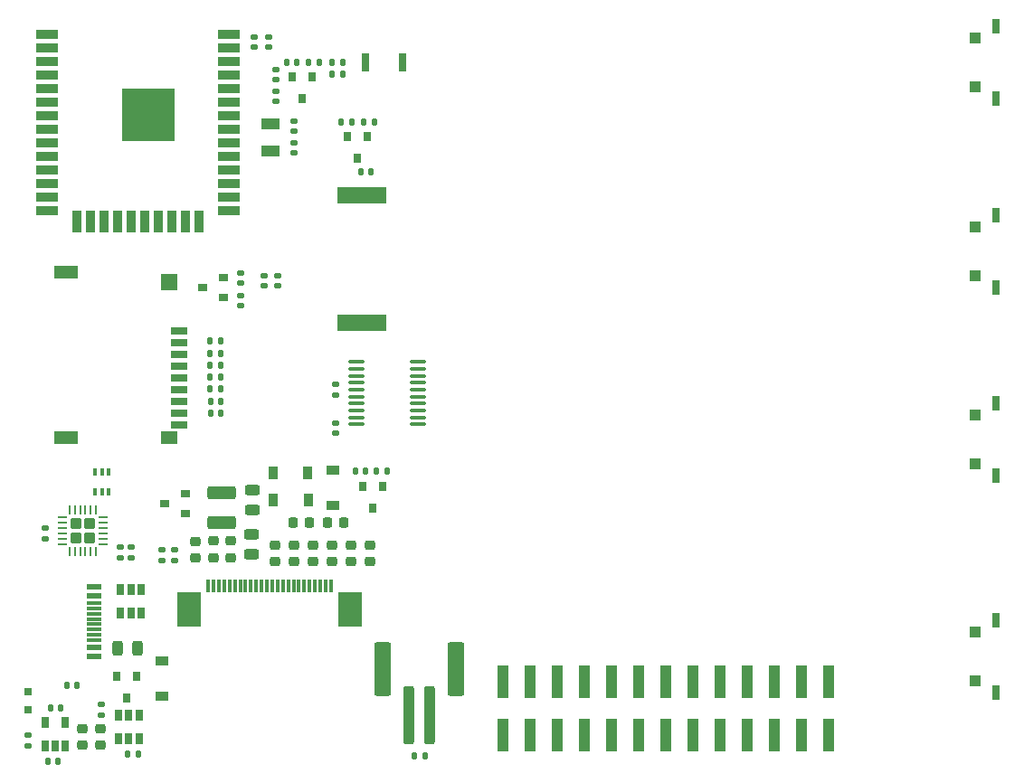
<source format=gbp>
G04 #@! TF.GenerationSoftware,KiCad,Pcbnew,(6.0.2)*
G04 #@! TF.CreationDate,2022-07-18T21:19:01-05:00*
G04 #@! TF.ProjectId,paperd_ink_rev4,70617065-7264-45f6-996e-6b5f72657634,rev?*
G04 #@! TF.SameCoordinates,Original*
G04 #@! TF.FileFunction,Paste,Bot*
G04 #@! TF.FilePolarity,Positive*
%FSLAX46Y46*%
G04 Gerber Fmt 4.6, Leading zero omitted, Abs format (unit mm)*
G04 Created by KiCad (PCBNEW (6.0.2)) date 2022-07-18 21:19:01*
%MOMM*%
%LPD*%
G01*
G04 APERTURE LIST*
G04 Aperture macros list*
%AMRoundRect*
0 Rectangle with rounded corners*
0 $1 Rounding radius*
0 $2 $3 $4 $5 $6 $7 $8 $9 X,Y pos of 4 corners*
0 Add a 4 corners polygon primitive as box body*
4,1,4,$2,$3,$4,$5,$6,$7,$8,$9,$2,$3,0*
0 Add four circle primitives for the rounded corners*
1,1,$1+$1,$2,$3*
1,1,$1+$1,$4,$5*
1,1,$1+$1,$6,$7*
1,1,$1+$1,$8,$9*
0 Add four rect primitives between the rounded corners*
20,1,$1+$1,$2,$3,$4,$5,0*
20,1,$1+$1,$4,$5,$6,$7,0*
20,1,$1+$1,$6,$7,$8,$9,0*
20,1,$1+$1,$8,$9,$2,$3,0*%
G04 Aperture macros list end*
%ADD10RoundRect,0.147500X-0.172500X0.147500X-0.172500X-0.147500X0.172500X-0.147500X0.172500X0.147500X0*%
%ADD11R,1.200000X0.900000*%
%ADD12R,0.800000X0.900000*%
%ADD13RoundRect,0.218750X0.256250X-0.218750X0.256250X0.218750X-0.256250X0.218750X-0.256250X-0.218750X0*%
%ADD14R,0.900000X1.200000*%
%ADD15RoundRect,0.250000X0.250000X2.500000X-0.250000X2.500000X-0.250000X-2.500000X0.250000X-2.500000X0*%
%ADD16RoundRect,0.249600X0.550400X2.250400X-0.550400X2.250400X-0.550400X-2.250400X0.550400X-2.250400X0*%
%ADD17RoundRect,0.218750X-0.218750X-0.256250X0.218750X-0.256250X0.218750X0.256250X-0.218750X0.256250X0*%
%ADD18R,0.300000X1.300000*%
%ADD19R,2.200000X3.300000*%
%ADD20RoundRect,0.250000X1.075000X-0.375000X1.075000X0.375000X-1.075000X0.375000X-1.075000X-0.375000X0*%
%ADD21R,2.000000X0.900000*%
%ADD22R,0.900000X2.000000*%
%ADD23R,5.000000X5.000000*%
%ADD24RoundRect,0.243750X0.456250X-0.243750X0.456250X0.243750X-0.456250X0.243750X-0.456250X-0.243750X0*%
%ADD25RoundRect,0.147500X0.172500X-0.147500X0.172500X0.147500X-0.172500X0.147500X-0.172500X-0.147500X0*%
%ADD26RoundRect,0.147500X-0.147500X-0.172500X0.147500X-0.172500X0.147500X0.172500X-0.147500X0.172500X0*%
%ADD27R,1.800000X1.000000*%
%ADD28R,0.900000X0.800000*%
%ADD29R,1.600000X0.700000*%
%ADD30R,2.200000X1.200000*%
%ADD31R,1.500000X1.600000*%
%ADD32R,1.500000X1.200000*%
%ADD33RoundRect,0.147500X0.147500X0.172500X-0.147500X0.172500X-0.147500X-0.172500X0.147500X-0.172500X0*%
%ADD34R,0.650000X1.060000*%
%ADD35RoundRect,0.225000X0.250000X-0.225000X0.250000X0.225000X-0.250000X0.225000X-0.250000X-0.225000X0*%
%ADD36R,1.450000X0.600000*%
%ADD37R,1.450000X0.300000*%
%ADD38RoundRect,0.062500X0.350000X-0.062500X0.350000X0.062500X-0.350000X0.062500X-0.350000X-0.062500X0*%
%ADD39RoundRect,0.062500X0.062500X-0.350000X0.062500X0.350000X-0.062500X0.350000X-0.062500X-0.350000X0*%
%ADD40RoundRect,0.250000X0.275000X-0.275000X0.275000X0.275000X-0.275000X0.275000X-0.275000X-0.275000X0*%
%ADD41R,0.400000X0.650000*%
%ADD42R,0.650000X1.800000*%
%ADD43R,4.600000X1.600000*%
%ADD44RoundRect,0.100000X-0.637500X-0.100000X0.637500X-0.100000X0.637500X0.100000X-0.637500X0.100000X0*%
%ADD45R,1.000000X3.150000*%
%ADD46RoundRect,0.218750X-0.256250X0.218750X-0.256250X-0.218750X0.256250X-0.218750X0.256250X0.218750X0*%
%ADD47RoundRect,0.135000X-0.185000X0.135000X-0.185000X-0.135000X0.185000X-0.135000X0.185000X0.135000X0*%
%ADD48RoundRect,0.243750X-0.243750X-0.456250X0.243750X-0.456250X0.243750X0.456250X-0.243750X0.456250X0*%
%ADD49R,0.800000X1.450000*%
%ADD50R,1.000000X1.100000*%
%ADD51R,0.700000X0.700000*%
G04 APERTURE END LIST*
D10*
X126180000Y-93395000D03*
X126180000Y-94365000D03*
X125320000Y-71030000D03*
X125320000Y-72000000D03*
D11*
X131365000Y-111620000D03*
X131365000Y-114920000D03*
D12*
X127530000Y-74790000D03*
X129430000Y-74790000D03*
X128480000Y-76790000D03*
D13*
X134840000Y-120170000D03*
X134840000Y-118595000D03*
D14*
X129090000Y-114420000D03*
X125790000Y-114420000D03*
D13*
X118500000Y-119837500D03*
X118500000Y-118262500D03*
D10*
X126030000Y-76090000D03*
X126030000Y-77060000D03*
X126030000Y-74060000D03*
X126030000Y-75030000D03*
X124930000Y-93395000D03*
X124930000Y-94365000D03*
D15*
X140465000Y-134520000D03*
X138465000Y-134520000D03*
D16*
X136065000Y-130270000D03*
X142865000Y-130270000D03*
D17*
X127627500Y-116520000D03*
X129202500Y-116520000D03*
D10*
X123970000Y-71030000D03*
X123970000Y-72000000D03*
D18*
X119692939Y-122480356D03*
X120192939Y-122480356D03*
X120692939Y-122480356D03*
X121192939Y-122480356D03*
X121692939Y-122480356D03*
X122192939Y-122480356D03*
X122692939Y-122480356D03*
X123192939Y-122480356D03*
X123692939Y-122480356D03*
X124192939Y-122480356D03*
X124692939Y-122480356D03*
X125192939Y-122480356D03*
X125692939Y-122480356D03*
X126192939Y-122480356D03*
X126692939Y-122480356D03*
X127192939Y-122480356D03*
X127692939Y-122480356D03*
X128192939Y-122480356D03*
X128692939Y-122480356D03*
X129192939Y-122480356D03*
X129692939Y-122480356D03*
X130192939Y-122480356D03*
X130692939Y-122480356D03*
X131192939Y-122480356D03*
D19*
X132992939Y-124650356D03*
X117892939Y-124650356D03*
D20*
X120950000Y-116480000D03*
X120950000Y-113680000D03*
D21*
X121630000Y-70815000D03*
X121630000Y-72085000D03*
X121630000Y-73355000D03*
X121630000Y-74625000D03*
X121630000Y-75895000D03*
X121630000Y-77165000D03*
X121630000Y-78435000D03*
X121630000Y-79705000D03*
X121630000Y-80975000D03*
X121630000Y-82245000D03*
X121630000Y-83515000D03*
X121630000Y-84785000D03*
X121630000Y-86055000D03*
X121630000Y-87325000D03*
D22*
X118845000Y-88325000D03*
X117575000Y-88325000D03*
X116305000Y-88325000D03*
X115035000Y-88325000D03*
X113765000Y-88325000D03*
X112495000Y-88325000D03*
X111225000Y-88325000D03*
X109955000Y-88325000D03*
X108685000Y-88325000D03*
X107415000Y-88325000D03*
D21*
X104630000Y-87325000D03*
X104630000Y-86055000D03*
X104630000Y-84785000D03*
X104630000Y-83515000D03*
X104630000Y-82245000D03*
X104630000Y-80975000D03*
X104630000Y-79705000D03*
X104630000Y-78435000D03*
X104630000Y-77165000D03*
X104630000Y-75895000D03*
X104630000Y-74625000D03*
X104630000Y-73355000D03*
X104630000Y-72085000D03*
X104630000Y-70815000D03*
D23*
X114130000Y-78315000D03*
D17*
X130842500Y-116520000D03*
X132417500Y-116520000D03*
D24*
X123780000Y-119462500D03*
X123780000Y-117587500D03*
D25*
X116590000Y-120055000D03*
X116590000Y-119085000D03*
D24*
X123810000Y-115332500D03*
X123810000Y-113457500D03*
D12*
X134165000Y-113120000D03*
X136065000Y-113120000D03*
X135115000Y-115120000D03*
D26*
X133465000Y-111710000D03*
X134435000Y-111710000D03*
X135470000Y-111710000D03*
X136440000Y-111710000D03*
D25*
X127730000Y-79865000D03*
X127730000Y-78895000D03*
D27*
X125510000Y-81710000D03*
X125510000Y-79210000D03*
D25*
X127730000Y-81925000D03*
X127730000Y-80955000D03*
X115365000Y-120055000D03*
X115365000Y-119085000D03*
D28*
X121165000Y-93570000D03*
X121165000Y-95470000D03*
X119165000Y-94520000D03*
D10*
X122765000Y-95235000D03*
X122765000Y-96205000D03*
D29*
X116940000Y-98580000D03*
X116940000Y-99680000D03*
X116940000Y-100780000D03*
X116940000Y-101880000D03*
X116940000Y-102980000D03*
X116940000Y-104080000D03*
X116940000Y-105180000D03*
X116940000Y-106280000D03*
X116940000Y-107380000D03*
D30*
X106350000Y-108580000D03*
D31*
X116070000Y-94010000D03*
D32*
X116040000Y-108580000D03*
D30*
X106360000Y-93100000D03*
D33*
X120835000Y-99520000D03*
X119865000Y-99520000D03*
X120835000Y-100645666D03*
X119865000Y-100645666D03*
X120835000Y-104022664D03*
X119865000Y-104022664D03*
X120835000Y-101771332D03*
X119865000Y-101771332D03*
X120835000Y-102896998D03*
X119865000Y-102896998D03*
X120875000Y-105148330D03*
X119905000Y-105148330D03*
X120875000Y-106274000D03*
X119905000Y-106274000D03*
X140000000Y-138320000D03*
X139030000Y-138320000D03*
D12*
X111115000Y-130920000D03*
X113015000Y-130920000D03*
X112065000Y-132920000D03*
D33*
X105645000Y-138830000D03*
X104675000Y-138830000D03*
X113145000Y-138180000D03*
X112175000Y-138180000D03*
D34*
X111318000Y-134550000D03*
X112268000Y-134550000D03*
X113218000Y-134550000D03*
X113218000Y-136750000D03*
X112268000Y-136750000D03*
X111318000Y-136750000D03*
X111510000Y-122820000D03*
X112460000Y-122820000D03*
X113410000Y-122820000D03*
X113410000Y-125020000D03*
X112460000Y-125020000D03*
X111510000Y-125020000D03*
D33*
X105895000Y-133880000D03*
X104925000Y-133880000D03*
D35*
X107950000Y-137355000D03*
X107950000Y-135805000D03*
X109610000Y-137355000D03*
X109610000Y-135805000D03*
D11*
X115365000Y-132770000D03*
X115365000Y-129470000D03*
D36*
X109005000Y-129030000D03*
X109005000Y-128230000D03*
D37*
X109005000Y-127030000D03*
X109005000Y-126030000D03*
X109005000Y-125530000D03*
X109005000Y-124530000D03*
D36*
X109005000Y-123330000D03*
X109005000Y-122530000D03*
X109005000Y-122530000D03*
X109005000Y-123330000D03*
D37*
X109005000Y-124030000D03*
X109005000Y-125030000D03*
X109005000Y-126530000D03*
X109005000Y-127530000D03*
D36*
X109005000Y-128230000D03*
X109005000Y-129030000D03*
D34*
X106310000Y-137450000D03*
X105360000Y-137450000D03*
X104410000Y-137450000D03*
X104410000Y-135250000D03*
X106310000Y-135250000D03*
D38*
X109897500Y-118530000D03*
X109897500Y-118030000D03*
X109897500Y-117530000D03*
X109897500Y-117030000D03*
X109897500Y-116530000D03*
X109897500Y-116030000D03*
D39*
X109210000Y-115342500D03*
X108710000Y-115342500D03*
X108210000Y-115342500D03*
X107710000Y-115342500D03*
X107210000Y-115342500D03*
X106710000Y-115342500D03*
D38*
X106022500Y-116030000D03*
X106022500Y-116530000D03*
X106022500Y-117030000D03*
X106022500Y-117530000D03*
X106022500Y-118030000D03*
X106022500Y-118530000D03*
D39*
X106710000Y-119217500D03*
X107210000Y-119217500D03*
X107710000Y-119217500D03*
X108210000Y-119217500D03*
X108710000Y-119217500D03*
X109210000Y-119217500D03*
D40*
X108610000Y-117930000D03*
X108610000Y-116630000D03*
X107310000Y-117930000D03*
X107310000Y-116630000D03*
D41*
X110396000Y-113632000D03*
X109746000Y-113632000D03*
X109096000Y-113632000D03*
X109096000Y-111732000D03*
X109746000Y-111732000D03*
X110396000Y-111732000D03*
D25*
X104460000Y-117035000D03*
X104460000Y-118005000D03*
D42*
X137875000Y-73390000D03*
X134425000Y-73390000D03*
D26*
X131305000Y-74490000D03*
X132275000Y-74490000D03*
X127050000Y-73400000D03*
X128020000Y-73400000D03*
D43*
X134042000Y-97840000D03*
X134042000Y-85850000D03*
D33*
X133105000Y-78990000D03*
X132135000Y-78990000D03*
D12*
X132700000Y-80370000D03*
X134600000Y-80370000D03*
X133650000Y-82370000D03*
D33*
X134960000Y-83680000D03*
X133990000Y-83680000D03*
D26*
X134270000Y-78990000D03*
X135240000Y-78990000D03*
D44*
X133597500Y-107305000D03*
X133597500Y-106655000D03*
X133597500Y-106005000D03*
X133597500Y-105355000D03*
X133597500Y-104705000D03*
X133597500Y-104055000D03*
X133597500Y-103405000D03*
X133597500Y-102755000D03*
X133597500Y-102105000D03*
X133597500Y-101455000D03*
X139322500Y-101455000D03*
X139322500Y-102105000D03*
X139322500Y-102755000D03*
X139322500Y-103405000D03*
X139322500Y-104055000D03*
X139322500Y-104705000D03*
X139322500Y-105355000D03*
X139322500Y-106005000D03*
X139322500Y-106655000D03*
X139322500Y-107305000D03*
D45*
X147300000Y-131375000D03*
X147300000Y-136425000D03*
X149840000Y-131375000D03*
X149840000Y-136425000D03*
X152380000Y-131375000D03*
X152380000Y-136425000D03*
X154920000Y-131375000D03*
X154920000Y-136425000D03*
X157460000Y-131375000D03*
X157460000Y-136425000D03*
X160000000Y-131375000D03*
X160000000Y-136425000D03*
X162540000Y-131375000D03*
X162540000Y-136425000D03*
X165080000Y-131375000D03*
X165080000Y-136425000D03*
X167620000Y-131375000D03*
X167620000Y-136425000D03*
X170160000Y-131375000D03*
X170160000Y-136425000D03*
X172700000Y-131375000D03*
X172700000Y-136425000D03*
X175240000Y-131375000D03*
X175240000Y-136425000D03*
X177780000Y-131375000D03*
X177780000Y-136425000D03*
D10*
X131610000Y-107195000D03*
X131610000Y-108165000D03*
D25*
X102815000Y-137405000D03*
X102815000Y-136435000D03*
D33*
X107445000Y-131780000D03*
X106475000Y-131780000D03*
D13*
X121840000Y-119797500D03*
X121840000Y-118222500D03*
D46*
X125970000Y-118595000D03*
X125970000Y-120170000D03*
D13*
X133066000Y-120170000D03*
X133066000Y-118595000D03*
X127744000Y-120170000D03*
X127744000Y-118595000D03*
X131292000Y-120170000D03*
X131292000Y-118595000D03*
D14*
X125740000Y-111845000D03*
X129040000Y-111845000D03*
D10*
X122765000Y-93135000D03*
X122765000Y-94105000D03*
D26*
X131305000Y-73390000D03*
X132275000Y-73390000D03*
X129090000Y-73400000D03*
X130060000Y-73400000D03*
D10*
X131660000Y-103595000D03*
X131660000Y-104565000D03*
D28*
X117590000Y-113795000D03*
X117590000Y-115695000D03*
X115590000Y-114745000D03*
D13*
X120180000Y-119817500D03*
X120180000Y-118242500D03*
X129518000Y-120170000D03*
X129518000Y-118595000D03*
D47*
X112483398Y-118780148D03*
X112483398Y-119800148D03*
D48*
X111203653Y-128285056D03*
X113078653Y-128285056D03*
D47*
X111460000Y-118770000D03*
X111460000Y-119790000D03*
D49*
X193410000Y-112125000D03*
X193410000Y-105375000D03*
D50*
X191460000Y-111050000D03*
X191460000Y-106450000D03*
D49*
X193410000Y-132445000D03*
X193410000Y-125695000D03*
D50*
X191460000Y-131370000D03*
X191460000Y-126770000D03*
D51*
X102860000Y-132330000D03*
X102860000Y-134030000D03*
D49*
X193410000Y-76795000D03*
X193410000Y-70045000D03*
D50*
X191460000Y-75720000D03*
X191460000Y-71120000D03*
D10*
X109665000Y-133545000D03*
X109665000Y-134515000D03*
D49*
X193410000Y-94460000D03*
X193410000Y-87710000D03*
D50*
X191460000Y-93385000D03*
X191460000Y-88785000D03*
M02*

</source>
